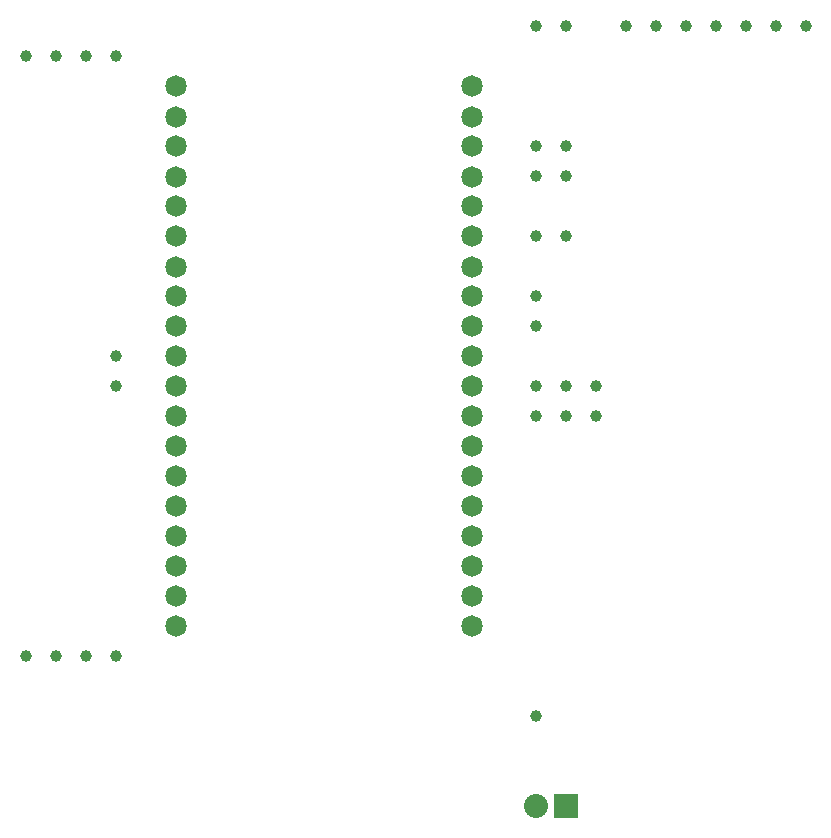
<source format=gtl>
G04 MADE WITH FRITZING*
G04 WWW.FRITZING.ORG*
G04 DOUBLE SIDED*
G04 HOLES PLATED*
G04 CONTOUR ON CENTER OF CONTOUR VECTOR*
%ASAXBY*%
%FSLAX23Y23*%
%MOIN*%
%OFA0B0*%
%SFA1.0B1.0*%
%ADD10C,0.071828*%
%ADD11C,0.080000*%
%ADD12C,0.039370*%
%ADD13R,0.080000X0.080000*%
%LNCOPPER1*%
G90*
G70*
G54D10*
X724Y2637D03*
X724Y2536D03*
X724Y2437D03*
X724Y2336D03*
X724Y2237D03*
X724Y2137D03*
X724Y2036D03*
X724Y1937D03*
X724Y1837D03*
X724Y1737D03*
X724Y1637D03*
X724Y1537D03*
X724Y1437D03*
X724Y1337D03*
X724Y1238D03*
X724Y1137D03*
X724Y1038D03*
X724Y938D03*
X724Y837D03*
X1710Y837D03*
X1710Y938D03*
X1710Y1038D03*
X1710Y1137D03*
X1710Y1238D03*
X1710Y1337D03*
X1710Y1437D03*
X1710Y1537D03*
X1710Y1637D03*
X1710Y1737D03*
X1710Y1837D03*
X1710Y1937D03*
X1710Y2036D03*
X1710Y2137D03*
X1710Y2237D03*
X1710Y2336D03*
X1710Y2437D03*
X1710Y2536D03*
X1710Y2637D03*
G54D11*
X2024Y238D03*
X1924Y238D03*
G54D12*
X1924Y1538D03*
X2024Y1538D03*
X2124Y1538D03*
X1924Y1638D03*
X2024Y1638D03*
X2124Y1638D03*
X1924Y1838D03*
X1924Y1938D03*
X1924Y2138D03*
X1924Y2338D03*
X1924Y2438D03*
X1924Y2838D03*
X2024Y2138D03*
X2024Y2338D03*
X2024Y2438D03*
X2024Y2838D03*
X524Y1738D03*
X524Y1638D03*
X524Y2738D03*
X424Y2738D03*
X324Y2738D03*
X524Y738D03*
X424Y738D03*
X324Y738D03*
X2224Y2838D03*
X2324Y2838D03*
X2424Y2838D03*
X2524Y2838D03*
X2624Y2838D03*
X2724Y2838D03*
X2824Y2838D03*
X224Y2738D03*
X224Y738D03*
X1924Y538D03*
G54D13*
X2024Y238D03*
G04 End of Copper1*
M02*
</source>
